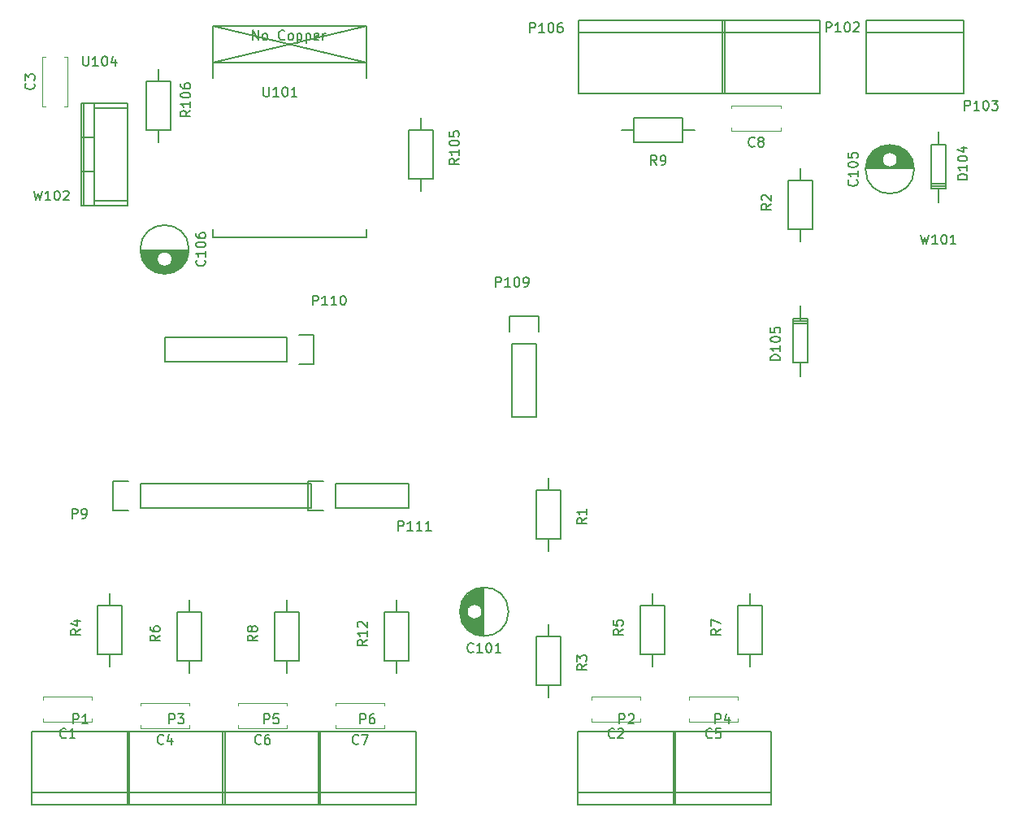
<source format=gbr>
G04 #@! TF.FileFunction,Legend,Top*
%FSLAX46Y46*%
G04 Gerber Fmt 4.6, Leading zero omitted, Abs format (unit mm)*
G04 Created by KiCad (PCBNEW 4.0.7-e2-6376~58~ubuntu16.04.1) date Thu Sep  7 17:48:40 2017*
%MOMM*%
%LPD*%
G01*
G04 APERTURE LIST*
%ADD10C,0.100000*%
%ADD11C,0.150000*%
%ADD12C,0.152400*%
%ADD13C,0.120000*%
G04 APERTURE END LIST*
D10*
D11*
X167980000Y-126140000D02*
X157820000Y-126140000D01*
X167980000Y-127410000D02*
X167980000Y-119790000D01*
X167980000Y-119790000D02*
X157820000Y-119790000D01*
X157820000Y-119790000D02*
X157820000Y-127410000D01*
X157820000Y-127410000D02*
X167980000Y-127410000D01*
X164465000Y-111760000D02*
X164465000Y-106680000D01*
X164465000Y-106680000D02*
X167005000Y-106680000D01*
X167005000Y-106680000D02*
X167005000Y-111760000D01*
X167005000Y-111760000D02*
X164465000Y-111760000D01*
X165735000Y-111760000D02*
X165735000Y-113030000D01*
X165735000Y-106680000D02*
X165735000Y-105410000D01*
X162920000Y-46960000D02*
X173080000Y-46960000D01*
X162920000Y-45690000D02*
X162920000Y-53310000D01*
X162920000Y-53310000D02*
X173080000Y-53310000D01*
X173080000Y-53310000D02*
X173080000Y-45690000D01*
X173080000Y-45690000D02*
X162920000Y-45690000D01*
X177845000Y-46985000D02*
X188005000Y-46985000D01*
X177845000Y-45715000D02*
X177845000Y-53335000D01*
X177845000Y-53335000D02*
X188005000Y-53335000D01*
X188005000Y-53335000D02*
X188005000Y-45715000D01*
X188005000Y-45715000D02*
X177845000Y-45715000D01*
X163120000Y-45715000D02*
X163120000Y-53335000D01*
X147880000Y-45715000D02*
X147880000Y-53335000D01*
X163120000Y-46985000D02*
X147880000Y-46985000D01*
X163120000Y-53335000D02*
X147880000Y-53335000D01*
X163120000Y-45715000D02*
X147880000Y-45715000D01*
X122555000Y-96520000D02*
X130175000Y-96520000D01*
X122555000Y-93980000D02*
X130175000Y-93980000D01*
X119735000Y-93700000D02*
X121285000Y-93700000D01*
X130175000Y-96520000D02*
X130175000Y-93980000D01*
X122555000Y-93980000D02*
X122555000Y-96520000D01*
X121285000Y-96800000D02*
X119735000Y-96800000D01*
X119735000Y-96800000D02*
X119735000Y-93700000D01*
X97449000Y-54874000D02*
X100878000Y-54874000D01*
X97449000Y-64526000D02*
X100878000Y-64526000D01*
X96306000Y-54366000D02*
X96306000Y-65034000D01*
X97322000Y-57922000D02*
X96052000Y-57922000D01*
X97322000Y-61478000D02*
X96052000Y-61478000D01*
X97449000Y-65034000D02*
X97449000Y-54366000D01*
X100878000Y-54366000D02*
X100878000Y-65034000D01*
X96052000Y-65034000D02*
X100878000Y-65034000D01*
X96052000Y-54366000D02*
X100878000Y-54366000D01*
X96052000Y-54366000D02*
X96052000Y-65034000D01*
D12*
X109800000Y-46300000D02*
X125800000Y-46300000D01*
X125800000Y-46300000D02*
X125800000Y-51700000D01*
X109800000Y-46300000D02*
X109800000Y-51700000D01*
X109800000Y-67500000D02*
X109800000Y-68300000D01*
X109800000Y-68300000D02*
X125800000Y-68300000D01*
X125800000Y-68300000D02*
X125800000Y-67500000D01*
X125800000Y-46300000D02*
X109800000Y-50100000D01*
X109800000Y-46300000D02*
X125800000Y-50100000D01*
X109792000Y-50100000D02*
X125792000Y-50100000D01*
D11*
X137990000Y-109814000D02*
X137990000Y-104816000D01*
X137850000Y-109806000D02*
X137850000Y-107469000D01*
X137850000Y-107161000D02*
X137850000Y-104824000D01*
X137710000Y-109790000D02*
X137710000Y-107788000D01*
X137710000Y-106842000D02*
X137710000Y-104840000D01*
X137570000Y-109766000D02*
X137570000Y-107935000D01*
X137570000Y-106695000D02*
X137570000Y-104864000D01*
X137430000Y-109733000D02*
X137430000Y-108027000D01*
X137430000Y-106603000D02*
X137430000Y-104897000D01*
X137290000Y-109692000D02*
X137290000Y-108083000D01*
X137290000Y-106547000D02*
X137290000Y-104938000D01*
X137150000Y-109642000D02*
X137150000Y-108110000D01*
X137150000Y-106520000D02*
X137150000Y-104988000D01*
X137010000Y-109581000D02*
X137010000Y-108113000D01*
X137010000Y-106517000D02*
X137010000Y-105049000D01*
X136870000Y-109511000D02*
X136870000Y-108091000D01*
X136870000Y-106539000D02*
X136870000Y-105119000D01*
X136730000Y-109429000D02*
X136730000Y-108041000D01*
X136730000Y-106589000D02*
X136730000Y-105201000D01*
X136590000Y-109334000D02*
X136590000Y-107959000D01*
X136590000Y-106671000D02*
X136590000Y-105296000D01*
X136450000Y-109223000D02*
X136450000Y-107827000D01*
X136450000Y-106803000D02*
X136450000Y-105407000D01*
X136310000Y-109095000D02*
X136310000Y-107580000D01*
X136310000Y-107050000D02*
X136310000Y-105535000D01*
X136170000Y-108946000D02*
X136170000Y-105684000D01*
X136030000Y-108767000D02*
X136030000Y-105863000D01*
X135890000Y-108548000D02*
X135890000Y-106082000D01*
X135750000Y-108259000D02*
X135750000Y-106371000D01*
X135610000Y-107787000D02*
X135610000Y-106843000D01*
X137865000Y-107315000D02*
G75*
G03X137865000Y-107315000I-800000J0D01*
G01*
X140602500Y-107315000D02*
G75*
G03X140602500Y-107315000I-2537500J0D01*
G01*
X177841000Y-61155000D02*
X182839000Y-61155000D01*
X177849000Y-61015000D02*
X180186000Y-61015000D01*
X180494000Y-61015000D02*
X182831000Y-61015000D01*
X177865000Y-60875000D02*
X179867000Y-60875000D01*
X180813000Y-60875000D02*
X182815000Y-60875000D01*
X177889000Y-60735000D02*
X179720000Y-60735000D01*
X180960000Y-60735000D02*
X182791000Y-60735000D01*
X177922000Y-60595000D02*
X179628000Y-60595000D01*
X181052000Y-60595000D02*
X182758000Y-60595000D01*
X177963000Y-60455000D02*
X179572000Y-60455000D01*
X181108000Y-60455000D02*
X182717000Y-60455000D01*
X178013000Y-60315000D02*
X179545000Y-60315000D01*
X181135000Y-60315000D02*
X182667000Y-60315000D01*
X178074000Y-60175000D02*
X179542000Y-60175000D01*
X181138000Y-60175000D02*
X182606000Y-60175000D01*
X178144000Y-60035000D02*
X179564000Y-60035000D01*
X181116000Y-60035000D02*
X182536000Y-60035000D01*
X178226000Y-59895000D02*
X179614000Y-59895000D01*
X181066000Y-59895000D02*
X182454000Y-59895000D01*
X178321000Y-59755000D02*
X179696000Y-59755000D01*
X180984000Y-59755000D02*
X182359000Y-59755000D01*
X178432000Y-59615000D02*
X179828000Y-59615000D01*
X180852000Y-59615000D02*
X182248000Y-59615000D01*
X178560000Y-59475000D02*
X180075000Y-59475000D01*
X180605000Y-59475000D02*
X182120000Y-59475000D01*
X178709000Y-59335000D02*
X181971000Y-59335000D01*
X178888000Y-59195000D02*
X181792000Y-59195000D01*
X179107000Y-59055000D02*
X181573000Y-59055000D01*
X179396000Y-58915000D02*
X181284000Y-58915000D01*
X179868000Y-58775000D02*
X180812000Y-58775000D01*
X181140000Y-60230000D02*
G75*
G03X181140000Y-60230000I-800000J0D01*
G01*
X182877500Y-61230000D02*
G75*
G03X182877500Y-61230000I-2537500J0D01*
G01*
X107274000Y-69655000D02*
X102276000Y-69655000D01*
X107266000Y-69795000D02*
X104929000Y-69795000D01*
X104621000Y-69795000D02*
X102284000Y-69795000D01*
X107250000Y-69935000D02*
X105248000Y-69935000D01*
X104302000Y-69935000D02*
X102300000Y-69935000D01*
X107226000Y-70075000D02*
X105395000Y-70075000D01*
X104155000Y-70075000D02*
X102324000Y-70075000D01*
X107193000Y-70215000D02*
X105487000Y-70215000D01*
X104063000Y-70215000D02*
X102357000Y-70215000D01*
X107152000Y-70355000D02*
X105543000Y-70355000D01*
X104007000Y-70355000D02*
X102398000Y-70355000D01*
X107102000Y-70495000D02*
X105570000Y-70495000D01*
X103980000Y-70495000D02*
X102448000Y-70495000D01*
X107041000Y-70635000D02*
X105573000Y-70635000D01*
X103977000Y-70635000D02*
X102509000Y-70635000D01*
X106971000Y-70775000D02*
X105551000Y-70775000D01*
X103999000Y-70775000D02*
X102579000Y-70775000D01*
X106889000Y-70915000D02*
X105501000Y-70915000D01*
X104049000Y-70915000D02*
X102661000Y-70915000D01*
X106794000Y-71055000D02*
X105419000Y-71055000D01*
X104131000Y-71055000D02*
X102756000Y-71055000D01*
X106683000Y-71195000D02*
X105287000Y-71195000D01*
X104263000Y-71195000D02*
X102867000Y-71195000D01*
X106555000Y-71335000D02*
X105040000Y-71335000D01*
X104510000Y-71335000D02*
X102995000Y-71335000D01*
X106406000Y-71475000D02*
X103144000Y-71475000D01*
X106227000Y-71615000D02*
X103323000Y-71615000D01*
X106008000Y-71755000D02*
X103542000Y-71755000D01*
X105719000Y-71895000D02*
X103831000Y-71895000D01*
X105247000Y-72035000D02*
X104303000Y-72035000D01*
X105575000Y-70580000D02*
G75*
G03X105575000Y-70580000I-800000J0D01*
G01*
X107312500Y-69580000D02*
G75*
G03X107312500Y-69580000I-2537500J0D01*
G01*
X185417460Y-58673480D02*
X185417460Y-57276480D01*
X185417460Y-63118480D02*
X185417460Y-64642480D01*
X184655460Y-62737480D02*
X186179460Y-62737480D01*
X184655460Y-62991480D02*
X186179460Y-62991480D01*
X185417460Y-63245480D02*
X186179460Y-63245480D01*
X186179460Y-63245480D02*
X186179460Y-58673480D01*
X186179460Y-58673480D02*
X184655460Y-58673480D01*
X184655460Y-58673480D02*
X184655460Y-63245480D01*
X184655460Y-63245480D02*
X185417460Y-63245480D01*
X171002540Y-81366520D02*
X171002540Y-82763520D01*
X171002540Y-76921520D02*
X171002540Y-75397520D01*
X171764540Y-77302520D02*
X170240540Y-77302520D01*
X171764540Y-77048520D02*
X170240540Y-77048520D01*
X171002540Y-76794520D02*
X170240540Y-76794520D01*
X170240540Y-76794520D02*
X170240540Y-81366520D01*
X170240540Y-81366520D02*
X171764540Y-81366520D01*
X171764540Y-81366520D02*
X171764540Y-76794520D01*
X171764540Y-76794520D02*
X171002540Y-76794520D01*
X101080000Y-126140000D02*
X90920000Y-126140000D01*
X101080000Y-127410000D02*
X101080000Y-119790000D01*
X101080000Y-119790000D02*
X90920000Y-119790000D01*
X90920000Y-119790000D02*
X90920000Y-127410000D01*
X90920000Y-127410000D02*
X101080000Y-127410000D01*
X157980000Y-126140000D02*
X147820000Y-126140000D01*
X157980000Y-127410000D02*
X157980000Y-119790000D01*
X157980000Y-119790000D02*
X147820000Y-119790000D01*
X147820000Y-119790000D02*
X147820000Y-127410000D01*
X147820000Y-127410000D02*
X157980000Y-127410000D01*
X111080000Y-126140000D02*
X100920000Y-126140000D01*
X111080000Y-127410000D02*
X111080000Y-119790000D01*
X111080000Y-119790000D02*
X100920000Y-119790000D01*
X100920000Y-119790000D02*
X100920000Y-127410000D01*
X100920000Y-127410000D02*
X111080000Y-127410000D01*
X120980000Y-126140000D02*
X110820000Y-126140000D01*
X120980000Y-127410000D02*
X120980000Y-119790000D01*
X120980000Y-119790000D02*
X110820000Y-119790000D01*
X110820000Y-119790000D02*
X110820000Y-127410000D01*
X110820000Y-127410000D02*
X120980000Y-127410000D01*
X130980000Y-126140000D02*
X120820000Y-126140000D01*
X130980000Y-127410000D02*
X130980000Y-119790000D01*
X130980000Y-119790000D02*
X120820000Y-119790000D01*
X120820000Y-119790000D02*
X120820000Y-127410000D01*
X120820000Y-127410000D02*
X130980000Y-127410000D01*
X102235000Y-93980000D02*
X120015000Y-93980000D01*
X120015000Y-93980000D02*
X120015000Y-96520000D01*
X120015000Y-96520000D02*
X102235000Y-96520000D01*
X99415000Y-93700000D02*
X100965000Y-93700000D01*
X102235000Y-93980000D02*
X102235000Y-96520000D01*
X100965000Y-96800000D02*
X99415000Y-96800000D01*
X99415000Y-96800000D02*
X99415000Y-93700000D01*
X140970000Y-79375000D02*
X140970000Y-86995000D01*
X143510000Y-79375000D02*
X143510000Y-86995000D01*
X143790000Y-76555000D02*
X143790000Y-78105000D01*
X140970000Y-86995000D02*
X143510000Y-86995000D01*
X143510000Y-79375000D02*
X140970000Y-79375000D01*
X140690000Y-78105000D02*
X140690000Y-76555000D01*
X140690000Y-76555000D02*
X143790000Y-76555000D01*
X117475000Y-81280000D02*
X104775000Y-81280000D01*
X104775000Y-81280000D02*
X104775000Y-78740000D01*
X104775000Y-78740000D02*
X117475000Y-78740000D01*
X120295000Y-81560000D02*
X118745000Y-81560000D01*
X117475000Y-81280000D02*
X117475000Y-78740000D01*
X118745000Y-78460000D02*
X120295000Y-78460000D01*
X120295000Y-78460000D02*
X120295000Y-81560000D01*
X146050000Y-94615000D02*
X146050000Y-99695000D01*
X146050000Y-99695000D02*
X143510000Y-99695000D01*
X143510000Y-99695000D02*
X143510000Y-94615000D01*
X143510000Y-94615000D02*
X146050000Y-94615000D01*
X144780000Y-94615000D02*
X144780000Y-93345000D01*
X144780000Y-99695000D02*
X144780000Y-100965000D01*
X169730000Y-67460000D02*
X169730000Y-62380000D01*
X169730000Y-62380000D02*
X172270000Y-62380000D01*
X172270000Y-62380000D02*
X172270000Y-67460000D01*
X172270000Y-67460000D02*
X169730000Y-67460000D01*
X171000000Y-67460000D02*
X171000000Y-68730000D01*
X171000000Y-62380000D02*
X171000000Y-61110000D01*
X146050000Y-109855000D02*
X146050000Y-114935000D01*
X146050000Y-114935000D02*
X143510000Y-114935000D01*
X143510000Y-114935000D02*
X143510000Y-109855000D01*
X143510000Y-109855000D02*
X146050000Y-109855000D01*
X144780000Y-109855000D02*
X144780000Y-108585000D01*
X144780000Y-114935000D02*
X144780000Y-116205000D01*
X154305000Y-111760000D02*
X154305000Y-106680000D01*
X154305000Y-106680000D02*
X156845000Y-106680000D01*
X156845000Y-106680000D02*
X156845000Y-111760000D01*
X156845000Y-111760000D02*
X154305000Y-111760000D01*
X155575000Y-111760000D02*
X155575000Y-113030000D01*
X155575000Y-106680000D02*
X155575000Y-105410000D01*
X106045000Y-112395000D02*
X106045000Y-107315000D01*
X106045000Y-107315000D02*
X108585000Y-107315000D01*
X108585000Y-107315000D02*
X108585000Y-112395000D01*
X108585000Y-112395000D02*
X106045000Y-112395000D01*
X107315000Y-112395000D02*
X107315000Y-113665000D01*
X107315000Y-107315000D02*
X107315000Y-106045000D01*
X116205000Y-112395000D02*
X116205000Y-107315000D01*
X116205000Y-107315000D02*
X118745000Y-107315000D01*
X118745000Y-107315000D02*
X118745000Y-112395000D01*
X118745000Y-112395000D02*
X116205000Y-112395000D01*
X117475000Y-112395000D02*
X117475000Y-113665000D01*
X117475000Y-107315000D02*
X117475000Y-106045000D01*
X153670000Y-55880000D02*
X158750000Y-55880000D01*
X158750000Y-55880000D02*
X158750000Y-58420000D01*
X158750000Y-58420000D02*
X153670000Y-58420000D01*
X153670000Y-58420000D02*
X153670000Y-55880000D01*
X153670000Y-57150000D02*
X152400000Y-57150000D01*
X158750000Y-57150000D02*
X160020000Y-57150000D01*
X130175000Y-62230000D02*
X130175000Y-57150000D01*
X130175000Y-57150000D02*
X132715000Y-57150000D01*
X132715000Y-57150000D02*
X132715000Y-62230000D01*
X132715000Y-62230000D02*
X130175000Y-62230000D01*
X131445000Y-62230000D02*
X131445000Y-63500000D01*
X131445000Y-57150000D02*
X131445000Y-55880000D01*
X102870000Y-57150000D02*
X102870000Y-52070000D01*
X102870000Y-52070000D02*
X105410000Y-52070000D01*
X105410000Y-52070000D02*
X105410000Y-57150000D01*
X105410000Y-57150000D02*
X102870000Y-57150000D01*
X104140000Y-57150000D02*
X104140000Y-58420000D01*
X104140000Y-52070000D02*
X104140000Y-50800000D01*
X97790000Y-111760000D02*
X97790000Y-106680000D01*
X97790000Y-106680000D02*
X100330000Y-106680000D01*
X100330000Y-106680000D02*
X100330000Y-111760000D01*
X100330000Y-111760000D02*
X97790000Y-111760000D01*
X99060000Y-111760000D02*
X99060000Y-113030000D01*
X99060000Y-106680000D02*
X99060000Y-105410000D01*
X127635000Y-112395000D02*
X127635000Y-107315000D01*
X127635000Y-107315000D02*
X130175000Y-107315000D01*
X130175000Y-107315000D02*
X130175000Y-112395000D01*
X130175000Y-112395000D02*
X127635000Y-112395000D01*
X128905000Y-112395000D02*
X128905000Y-113665000D01*
X128905000Y-107315000D02*
X128905000Y-106045000D01*
D13*
X97215000Y-118785000D02*
X92095000Y-118785000D01*
X97215000Y-116165000D02*
X92095000Y-116165000D01*
X97215000Y-118785000D02*
X97215000Y-118471000D01*
X97215000Y-116479000D02*
X97215000Y-116165000D01*
X92095000Y-118785000D02*
X92095000Y-118471000D01*
X92095000Y-116479000D02*
X92095000Y-116165000D01*
X154365000Y-118785000D02*
X149245000Y-118785000D01*
X154365000Y-116165000D02*
X149245000Y-116165000D01*
X154365000Y-118785000D02*
X154365000Y-118471000D01*
X154365000Y-116479000D02*
X154365000Y-116165000D01*
X149245000Y-118785000D02*
X149245000Y-118471000D01*
X149245000Y-116479000D02*
X149245000Y-116165000D01*
X92035000Y-54670000D02*
X92035000Y-49550000D01*
X94655000Y-54670000D02*
X94655000Y-49550000D01*
X92035000Y-54670000D02*
X92349000Y-54670000D01*
X94341000Y-54670000D02*
X94655000Y-54670000D01*
X92035000Y-49550000D02*
X92349000Y-49550000D01*
X94341000Y-49550000D02*
X94655000Y-49550000D01*
X107375000Y-119420000D02*
X102255000Y-119420000D01*
X107375000Y-116800000D02*
X102255000Y-116800000D01*
X107375000Y-119420000D02*
X107375000Y-119106000D01*
X107375000Y-117114000D02*
X107375000Y-116800000D01*
X102255000Y-119420000D02*
X102255000Y-119106000D01*
X102255000Y-117114000D02*
X102255000Y-116800000D01*
X164525000Y-118785000D02*
X159405000Y-118785000D01*
X164525000Y-116165000D02*
X159405000Y-116165000D01*
X164525000Y-118785000D02*
X164525000Y-118471000D01*
X164525000Y-116479000D02*
X164525000Y-116165000D01*
X159405000Y-118785000D02*
X159405000Y-118471000D01*
X159405000Y-116479000D02*
X159405000Y-116165000D01*
X117535000Y-119420000D02*
X112415000Y-119420000D01*
X117535000Y-116800000D02*
X112415000Y-116800000D01*
X117535000Y-119420000D02*
X117535000Y-119106000D01*
X117535000Y-117114000D02*
X117535000Y-116800000D01*
X112415000Y-119420000D02*
X112415000Y-119106000D01*
X112415000Y-117114000D02*
X112415000Y-116800000D01*
X127695000Y-119420000D02*
X122575000Y-119420000D01*
X127695000Y-116800000D02*
X122575000Y-116800000D01*
X127695000Y-119420000D02*
X127695000Y-119106000D01*
X127695000Y-117114000D02*
X127695000Y-116800000D01*
X122575000Y-119420000D02*
X122575000Y-119106000D01*
X122575000Y-117114000D02*
X122575000Y-116800000D01*
X168970000Y-57190000D02*
X163850000Y-57190000D01*
X168970000Y-54570000D02*
X163850000Y-54570000D01*
X168970000Y-57190000D02*
X168970000Y-56876000D01*
X168970000Y-54884000D02*
X168970000Y-54570000D01*
X163850000Y-57190000D02*
X163850000Y-56876000D01*
X163850000Y-54884000D02*
X163850000Y-54570000D01*
D11*
X162161905Y-118972381D02*
X162161905Y-117972381D01*
X162542858Y-117972381D01*
X162638096Y-118020000D01*
X162685715Y-118067619D01*
X162733334Y-118162857D01*
X162733334Y-118305714D01*
X162685715Y-118400952D01*
X162638096Y-118448571D01*
X162542858Y-118496190D01*
X162161905Y-118496190D01*
X163590477Y-118305714D02*
X163590477Y-118972381D01*
X163352381Y-117924762D02*
X163114286Y-118639048D01*
X163733334Y-118639048D01*
X162687261Y-109137746D02*
X162211070Y-109471080D01*
X162687261Y-109709175D02*
X161687261Y-109709175D01*
X161687261Y-109328222D01*
X161734880Y-109232984D01*
X161782499Y-109185365D01*
X161877737Y-109137746D01*
X162020594Y-109137746D01*
X162115832Y-109185365D01*
X162163451Y-109232984D01*
X162211070Y-109328222D01*
X162211070Y-109709175D01*
X161687261Y-108804413D02*
X161687261Y-108137746D01*
X162687261Y-108566318D01*
X173719524Y-46912381D02*
X173719524Y-45912381D01*
X174100477Y-45912381D01*
X174195715Y-45960000D01*
X174243334Y-46007619D01*
X174290953Y-46102857D01*
X174290953Y-46245714D01*
X174243334Y-46340952D01*
X174195715Y-46388571D01*
X174100477Y-46436190D01*
X173719524Y-46436190D01*
X175243334Y-46912381D02*
X174671905Y-46912381D01*
X174957619Y-46912381D02*
X174957619Y-45912381D01*
X174862381Y-46055238D01*
X174767143Y-46150476D01*
X174671905Y-46198095D01*
X175862381Y-45912381D02*
X175957620Y-45912381D01*
X176052858Y-45960000D01*
X176100477Y-46007619D01*
X176148096Y-46102857D01*
X176195715Y-46293333D01*
X176195715Y-46531429D01*
X176148096Y-46721905D01*
X176100477Y-46817143D01*
X176052858Y-46864762D01*
X175957620Y-46912381D01*
X175862381Y-46912381D01*
X175767143Y-46864762D01*
X175719524Y-46817143D01*
X175671905Y-46721905D01*
X175624286Y-46531429D01*
X175624286Y-46293333D01*
X175671905Y-46102857D01*
X175719524Y-46007619D01*
X175767143Y-45960000D01*
X175862381Y-45912381D01*
X176576667Y-46007619D02*
X176624286Y-45960000D01*
X176719524Y-45912381D01*
X176957620Y-45912381D01*
X177052858Y-45960000D01*
X177100477Y-46007619D01*
X177148096Y-46102857D01*
X177148096Y-46198095D01*
X177100477Y-46340952D01*
X176529048Y-46912381D01*
X177148096Y-46912381D01*
X188154524Y-55077381D02*
X188154524Y-54077381D01*
X188535477Y-54077381D01*
X188630715Y-54125000D01*
X188678334Y-54172619D01*
X188725953Y-54267857D01*
X188725953Y-54410714D01*
X188678334Y-54505952D01*
X188630715Y-54553571D01*
X188535477Y-54601190D01*
X188154524Y-54601190D01*
X189678334Y-55077381D02*
X189106905Y-55077381D01*
X189392619Y-55077381D02*
X189392619Y-54077381D01*
X189297381Y-54220238D01*
X189202143Y-54315476D01*
X189106905Y-54363095D01*
X190297381Y-54077381D02*
X190392620Y-54077381D01*
X190487858Y-54125000D01*
X190535477Y-54172619D01*
X190583096Y-54267857D01*
X190630715Y-54458333D01*
X190630715Y-54696429D01*
X190583096Y-54886905D01*
X190535477Y-54982143D01*
X190487858Y-55029762D01*
X190392620Y-55077381D01*
X190297381Y-55077381D01*
X190202143Y-55029762D01*
X190154524Y-54982143D01*
X190106905Y-54886905D01*
X190059286Y-54696429D01*
X190059286Y-54458333D01*
X190106905Y-54267857D01*
X190154524Y-54172619D01*
X190202143Y-54125000D01*
X190297381Y-54077381D01*
X190964048Y-54077381D02*
X191583096Y-54077381D01*
X191249762Y-54458333D01*
X191392620Y-54458333D01*
X191487858Y-54505952D01*
X191535477Y-54553571D01*
X191583096Y-54648810D01*
X191583096Y-54886905D01*
X191535477Y-54982143D01*
X191487858Y-55029762D01*
X191392620Y-55077381D01*
X191106905Y-55077381D01*
X191011667Y-55029762D01*
X190964048Y-54982143D01*
X142839524Y-46977381D02*
X142839524Y-45977381D01*
X143220477Y-45977381D01*
X143315715Y-46025000D01*
X143363334Y-46072619D01*
X143410953Y-46167857D01*
X143410953Y-46310714D01*
X143363334Y-46405952D01*
X143315715Y-46453571D01*
X143220477Y-46501190D01*
X142839524Y-46501190D01*
X144363334Y-46977381D02*
X143791905Y-46977381D01*
X144077619Y-46977381D02*
X144077619Y-45977381D01*
X143982381Y-46120238D01*
X143887143Y-46215476D01*
X143791905Y-46263095D01*
X144982381Y-45977381D02*
X145077620Y-45977381D01*
X145172858Y-46025000D01*
X145220477Y-46072619D01*
X145268096Y-46167857D01*
X145315715Y-46358333D01*
X145315715Y-46596429D01*
X145268096Y-46786905D01*
X145220477Y-46882143D01*
X145172858Y-46929762D01*
X145077620Y-46977381D01*
X144982381Y-46977381D01*
X144887143Y-46929762D01*
X144839524Y-46882143D01*
X144791905Y-46786905D01*
X144744286Y-46596429D01*
X144744286Y-46358333D01*
X144791905Y-46167857D01*
X144839524Y-46072619D01*
X144887143Y-46025000D01*
X144982381Y-45977381D01*
X146172858Y-45977381D02*
X145982381Y-45977381D01*
X145887143Y-46025000D01*
X145839524Y-46072619D01*
X145744286Y-46215476D01*
X145696667Y-46405952D01*
X145696667Y-46786905D01*
X145744286Y-46882143D01*
X145791905Y-46929762D01*
X145887143Y-46977381D01*
X146077620Y-46977381D01*
X146172858Y-46929762D01*
X146220477Y-46882143D01*
X146268096Y-46786905D01*
X146268096Y-46548810D01*
X146220477Y-46453571D01*
X146172858Y-46405952D01*
X146077620Y-46358333D01*
X145887143Y-46358333D01*
X145791905Y-46405952D01*
X145744286Y-46453571D01*
X145696667Y-46548810D01*
X129119524Y-98877381D02*
X129119524Y-97877381D01*
X129500477Y-97877381D01*
X129595715Y-97925000D01*
X129643334Y-97972619D01*
X129690953Y-98067857D01*
X129690953Y-98210714D01*
X129643334Y-98305952D01*
X129595715Y-98353571D01*
X129500477Y-98401190D01*
X129119524Y-98401190D01*
X130643334Y-98877381D02*
X130071905Y-98877381D01*
X130357619Y-98877381D02*
X130357619Y-97877381D01*
X130262381Y-98020238D01*
X130167143Y-98115476D01*
X130071905Y-98163095D01*
X131595715Y-98877381D02*
X131024286Y-98877381D01*
X131310000Y-98877381D02*
X131310000Y-97877381D01*
X131214762Y-98020238D01*
X131119524Y-98115476D01*
X131024286Y-98163095D01*
X132548096Y-98877381D02*
X131976667Y-98877381D01*
X132262381Y-98877381D02*
X132262381Y-97877381D01*
X132167143Y-98020238D01*
X132071905Y-98115476D01*
X131976667Y-98163095D01*
X96285714Y-49452381D02*
X96285714Y-50261905D01*
X96333333Y-50357143D01*
X96380952Y-50404762D01*
X96476190Y-50452381D01*
X96666667Y-50452381D01*
X96761905Y-50404762D01*
X96809524Y-50357143D01*
X96857143Y-50261905D01*
X96857143Y-49452381D01*
X97857143Y-50452381D02*
X97285714Y-50452381D01*
X97571428Y-50452381D02*
X97571428Y-49452381D01*
X97476190Y-49595238D01*
X97380952Y-49690476D01*
X97285714Y-49738095D01*
X98476190Y-49452381D02*
X98571429Y-49452381D01*
X98666667Y-49500000D01*
X98714286Y-49547619D01*
X98761905Y-49642857D01*
X98809524Y-49833333D01*
X98809524Y-50071429D01*
X98761905Y-50261905D01*
X98714286Y-50357143D01*
X98666667Y-50404762D01*
X98571429Y-50452381D01*
X98476190Y-50452381D01*
X98380952Y-50404762D01*
X98333333Y-50357143D01*
X98285714Y-50261905D01*
X98238095Y-50071429D01*
X98238095Y-49833333D01*
X98285714Y-49642857D01*
X98333333Y-49547619D01*
X98380952Y-49500000D01*
X98476190Y-49452381D01*
X99666667Y-49785714D02*
X99666667Y-50452381D01*
X99428571Y-49404762D02*
X99190476Y-50119048D01*
X99809524Y-50119048D01*
X115085714Y-52652381D02*
X115085714Y-53461905D01*
X115133333Y-53557143D01*
X115180952Y-53604762D01*
X115276190Y-53652381D01*
X115466667Y-53652381D01*
X115561905Y-53604762D01*
X115609524Y-53557143D01*
X115657143Y-53461905D01*
X115657143Y-52652381D01*
X116657143Y-53652381D02*
X116085714Y-53652381D01*
X116371428Y-53652381D02*
X116371428Y-52652381D01*
X116276190Y-52795238D01*
X116180952Y-52890476D01*
X116085714Y-52938095D01*
X117276190Y-52652381D02*
X117371429Y-52652381D01*
X117466667Y-52700000D01*
X117514286Y-52747619D01*
X117561905Y-52842857D01*
X117609524Y-53033333D01*
X117609524Y-53271429D01*
X117561905Y-53461905D01*
X117514286Y-53557143D01*
X117466667Y-53604762D01*
X117371429Y-53652381D01*
X117276190Y-53652381D01*
X117180952Y-53604762D01*
X117133333Y-53557143D01*
X117085714Y-53461905D01*
X117038095Y-53271429D01*
X117038095Y-53033333D01*
X117085714Y-52842857D01*
X117133333Y-52747619D01*
X117180952Y-52700000D01*
X117276190Y-52652381D01*
X118561905Y-53652381D02*
X117990476Y-53652381D01*
X118276190Y-53652381D02*
X118276190Y-52652381D01*
X118180952Y-52795238D01*
X118085714Y-52890476D01*
X117990476Y-52938095D01*
X113977714Y-47752381D02*
X113977714Y-46752381D01*
X114549143Y-47752381D01*
X114549143Y-46752381D01*
X115168190Y-47752381D02*
X115072952Y-47704762D01*
X115025333Y-47657143D01*
X114977714Y-47561905D01*
X114977714Y-47276190D01*
X115025333Y-47180952D01*
X115072952Y-47133333D01*
X115168190Y-47085714D01*
X115311048Y-47085714D01*
X115406286Y-47133333D01*
X115453905Y-47180952D01*
X115501524Y-47276190D01*
X115501524Y-47561905D01*
X115453905Y-47657143D01*
X115406286Y-47704762D01*
X115311048Y-47752381D01*
X115168190Y-47752381D01*
X117263429Y-47657143D02*
X117215810Y-47704762D01*
X117072953Y-47752381D01*
X116977715Y-47752381D01*
X116834857Y-47704762D01*
X116739619Y-47609524D01*
X116692000Y-47514286D01*
X116644381Y-47323810D01*
X116644381Y-47180952D01*
X116692000Y-46990476D01*
X116739619Y-46895238D01*
X116834857Y-46800000D01*
X116977715Y-46752381D01*
X117072953Y-46752381D01*
X117215810Y-46800000D01*
X117263429Y-46847619D01*
X117834857Y-47752381D02*
X117739619Y-47704762D01*
X117692000Y-47657143D01*
X117644381Y-47561905D01*
X117644381Y-47276190D01*
X117692000Y-47180952D01*
X117739619Y-47133333D01*
X117834857Y-47085714D01*
X117977715Y-47085714D01*
X118072953Y-47133333D01*
X118120572Y-47180952D01*
X118168191Y-47276190D01*
X118168191Y-47561905D01*
X118120572Y-47657143D01*
X118072953Y-47704762D01*
X117977715Y-47752381D01*
X117834857Y-47752381D01*
X118596762Y-47085714D02*
X118596762Y-48085714D01*
X118596762Y-47133333D02*
X118692000Y-47085714D01*
X118882477Y-47085714D01*
X118977715Y-47133333D01*
X119025334Y-47180952D01*
X119072953Y-47276190D01*
X119072953Y-47561905D01*
X119025334Y-47657143D01*
X118977715Y-47704762D01*
X118882477Y-47752381D01*
X118692000Y-47752381D01*
X118596762Y-47704762D01*
X119501524Y-47085714D02*
X119501524Y-48085714D01*
X119501524Y-47133333D02*
X119596762Y-47085714D01*
X119787239Y-47085714D01*
X119882477Y-47133333D01*
X119930096Y-47180952D01*
X119977715Y-47276190D01*
X119977715Y-47561905D01*
X119930096Y-47657143D01*
X119882477Y-47704762D01*
X119787239Y-47752381D01*
X119596762Y-47752381D01*
X119501524Y-47704762D01*
X120787239Y-47704762D02*
X120692001Y-47752381D01*
X120501524Y-47752381D01*
X120406286Y-47704762D01*
X120358667Y-47609524D01*
X120358667Y-47228571D01*
X120406286Y-47133333D01*
X120501524Y-47085714D01*
X120692001Y-47085714D01*
X120787239Y-47133333D01*
X120834858Y-47228571D01*
X120834858Y-47323810D01*
X120358667Y-47419048D01*
X121263429Y-47752381D02*
X121263429Y-47085714D01*
X121263429Y-47276190D02*
X121311048Y-47180952D01*
X121358667Y-47133333D01*
X121453905Y-47085714D01*
X121549144Y-47085714D01*
X136945953Y-111472143D02*
X136898334Y-111519762D01*
X136755477Y-111567381D01*
X136660239Y-111567381D01*
X136517381Y-111519762D01*
X136422143Y-111424524D01*
X136374524Y-111329286D01*
X136326905Y-111138810D01*
X136326905Y-110995952D01*
X136374524Y-110805476D01*
X136422143Y-110710238D01*
X136517381Y-110615000D01*
X136660239Y-110567381D01*
X136755477Y-110567381D01*
X136898334Y-110615000D01*
X136945953Y-110662619D01*
X137898334Y-111567381D02*
X137326905Y-111567381D01*
X137612619Y-111567381D02*
X137612619Y-110567381D01*
X137517381Y-110710238D01*
X137422143Y-110805476D01*
X137326905Y-110853095D01*
X138517381Y-110567381D02*
X138612620Y-110567381D01*
X138707858Y-110615000D01*
X138755477Y-110662619D01*
X138803096Y-110757857D01*
X138850715Y-110948333D01*
X138850715Y-111186429D01*
X138803096Y-111376905D01*
X138755477Y-111472143D01*
X138707858Y-111519762D01*
X138612620Y-111567381D01*
X138517381Y-111567381D01*
X138422143Y-111519762D01*
X138374524Y-111472143D01*
X138326905Y-111376905D01*
X138279286Y-111186429D01*
X138279286Y-110948333D01*
X138326905Y-110757857D01*
X138374524Y-110662619D01*
X138422143Y-110615000D01*
X138517381Y-110567381D01*
X139803096Y-111567381D02*
X139231667Y-111567381D01*
X139517381Y-111567381D02*
X139517381Y-110567381D01*
X139422143Y-110710238D01*
X139326905Y-110805476D01*
X139231667Y-110853095D01*
X176897143Y-62349047D02*
X176944762Y-62396666D01*
X176992381Y-62539523D01*
X176992381Y-62634761D01*
X176944762Y-62777619D01*
X176849524Y-62872857D01*
X176754286Y-62920476D01*
X176563810Y-62968095D01*
X176420952Y-62968095D01*
X176230476Y-62920476D01*
X176135238Y-62872857D01*
X176040000Y-62777619D01*
X175992381Y-62634761D01*
X175992381Y-62539523D01*
X176040000Y-62396666D01*
X176087619Y-62349047D01*
X176992381Y-61396666D02*
X176992381Y-61968095D01*
X176992381Y-61682381D02*
X175992381Y-61682381D01*
X176135238Y-61777619D01*
X176230476Y-61872857D01*
X176278095Y-61968095D01*
X175992381Y-60777619D02*
X175992381Y-60682380D01*
X176040000Y-60587142D01*
X176087619Y-60539523D01*
X176182857Y-60491904D01*
X176373333Y-60444285D01*
X176611429Y-60444285D01*
X176801905Y-60491904D01*
X176897143Y-60539523D01*
X176944762Y-60587142D01*
X176992381Y-60682380D01*
X176992381Y-60777619D01*
X176944762Y-60872857D01*
X176897143Y-60920476D01*
X176801905Y-60968095D01*
X176611429Y-61015714D01*
X176373333Y-61015714D01*
X176182857Y-60968095D01*
X176087619Y-60920476D01*
X176040000Y-60872857D01*
X175992381Y-60777619D01*
X175992381Y-59539523D02*
X175992381Y-60015714D01*
X176468571Y-60063333D01*
X176420952Y-60015714D01*
X176373333Y-59920476D01*
X176373333Y-59682380D01*
X176420952Y-59587142D01*
X176468571Y-59539523D01*
X176563810Y-59491904D01*
X176801905Y-59491904D01*
X176897143Y-59539523D01*
X176944762Y-59587142D01*
X176992381Y-59682380D01*
X176992381Y-59920476D01*
X176944762Y-60015714D01*
X176897143Y-60063333D01*
X108932143Y-70699047D02*
X108979762Y-70746666D01*
X109027381Y-70889523D01*
X109027381Y-70984761D01*
X108979762Y-71127619D01*
X108884524Y-71222857D01*
X108789286Y-71270476D01*
X108598810Y-71318095D01*
X108455952Y-71318095D01*
X108265476Y-71270476D01*
X108170238Y-71222857D01*
X108075000Y-71127619D01*
X108027381Y-70984761D01*
X108027381Y-70889523D01*
X108075000Y-70746666D01*
X108122619Y-70699047D01*
X109027381Y-69746666D02*
X109027381Y-70318095D01*
X109027381Y-70032381D02*
X108027381Y-70032381D01*
X108170238Y-70127619D01*
X108265476Y-70222857D01*
X108313095Y-70318095D01*
X108027381Y-69127619D02*
X108027381Y-69032380D01*
X108075000Y-68937142D01*
X108122619Y-68889523D01*
X108217857Y-68841904D01*
X108408333Y-68794285D01*
X108646429Y-68794285D01*
X108836905Y-68841904D01*
X108932143Y-68889523D01*
X108979762Y-68937142D01*
X109027381Y-69032380D01*
X109027381Y-69127619D01*
X108979762Y-69222857D01*
X108932143Y-69270476D01*
X108836905Y-69318095D01*
X108646429Y-69365714D01*
X108408333Y-69365714D01*
X108217857Y-69318095D01*
X108122619Y-69270476D01*
X108075000Y-69222857D01*
X108027381Y-69127619D01*
X108027381Y-67937142D02*
X108027381Y-68127619D01*
X108075000Y-68222857D01*
X108122619Y-68270476D01*
X108265476Y-68365714D01*
X108455952Y-68413333D01*
X108836905Y-68413333D01*
X108932143Y-68365714D01*
X108979762Y-68318095D01*
X109027381Y-68222857D01*
X109027381Y-68032380D01*
X108979762Y-67937142D01*
X108932143Y-67889523D01*
X108836905Y-67841904D01*
X108598810Y-67841904D01*
X108503571Y-67889523D01*
X108455952Y-67937142D01*
X108408333Y-68032380D01*
X108408333Y-68222857D01*
X108455952Y-68318095D01*
X108503571Y-68365714D01*
X108598810Y-68413333D01*
X188409841Y-62299956D02*
X187409841Y-62299956D01*
X187409841Y-62061861D01*
X187457460Y-61919003D01*
X187552698Y-61823765D01*
X187647936Y-61776146D01*
X187838412Y-61728527D01*
X187981270Y-61728527D01*
X188171746Y-61776146D01*
X188266984Y-61823765D01*
X188362222Y-61919003D01*
X188409841Y-62061861D01*
X188409841Y-62299956D01*
X188409841Y-60776146D02*
X188409841Y-61347575D01*
X188409841Y-61061861D02*
X187409841Y-61061861D01*
X187552698Y-61157099D01*
X187647936Y-61252337D01*
X187695555Y-61347575D01*
X187409841Y-60157099D02*
X187409841Y-60061860D01*
X187457460Y-59966622D01*
X187505079Y-59919003D01*
X187600317Y-59871384D01*
X187790793Y-59823765D01*
X188028889Y-59823765D01*
X188219365Y-59871384D01*
X188314603Y-59919003D01*
X188362222Y-59966622D01*
X188409841Y-60061860D01*
X188409841Y-60157099D01*
X188362222Y-60252337D01*
X188314603Y-60299956D01*
X188219365Y-60347575D01*
X188028889Y-60395194D01*
X187790793Y-60395194D01*
X187600317Y-60347575D01*
X187505079Y-60299956D01*
X187457460Y-60252337D01*
X187409841Y-60157099D01*
X187743174Y-58966622D02*
X188409841Y-58966622D01*
X187362222Y-59204718D02*
X188076508Y-59442813D01*
X188076508Y-58823765D01*
X168914921Y-81120996D02*
X167914921Y-81120996D01*
X167914921Y-80882901D01*
X167962540Y-80740043D01*
X168057778Y-80644805D01*
X168153016Y-80597186D01*
X168343492Y-80549567D01*
X168486350Y-80549567D01*
X168676826Y-80597186D01*
X168772064Y-80644805D01*
X168867302Y-80740043D01*
X168914921Y-80882901D01*
X168914921Y-81120996D01*
X168914921Y-79597186D02*
X168914921Y-80168615D01*
X168914921Y-79882901D02*
X167914921Y-79882901D01*
X168057778Y-79978139D01*
X168153016Y-80073377D01*
X168200635Y-80168615D01*
X167914921Y-78978139D02*
X167914921Y-78882900D01*
X167962540Y-78787662D01*
X168010159Y-78740043D01*
X168105397Y-78692424D01*
X168295873Y-78644805D01*
X168533969Y-78644805D01*
X168724445Y-78692424D01*
X168819683Y-78740043D01*
X168867302Y-78787662D01*
X168914921Y-78882900D01*
X168914921Y-78978139D01*
X168867302Y-79073377D01*
X168819683Y-79120996D01*
X168724445Y-79168615D01*
X168533969Y-79216234D01*
X168295873Y-79216234D01*
X168105397Y-79168615D01*
X168010159Y-79120996D01*
X167962540Y-79073377D01*
X167914921Y-78978139D01*
X167914921Y-77740043D02*
X167914921Y-78216234D01*
X168391111Y-78263853D01*
X168343492Y-78216234D01*
X168295873Y-78120996D01*
X168295873Y-77882900D01*
X168343492Y-77787662D01*
X168391111Y-77740043D01*
X168486350Y-77692424D01*
X168724445Y-77692424D01*
X168819683Y-77740043D01*
X168867302Y-77787662D01*
X168914921Y-77882900D01*
X168914921Y-78120996D01*
X168867302Y-78216234D01*
X168819683Y-78263853D01*
X95261905Y-118972381D02*
X95261905Y-117972381D01*
X95642858Y-117972381D01*
X95738096Y-118020000D01*
X95785715Y-118067619D01*
X95833334Y-118162857D01*
X95833334Y-118305714D01*
X95785715Y-118400952D01*
X95738096Y-118448571D01*
X95642858Y-118496190D01*
X95261905Y-118496190D01*
X96785715Y-118972381D02*
X96214286Y-118972381D01*
X96500000Y-118972381D02*
X96500000Y-117972381D01*
X96404762Y-118115238D01*
X96309524Y-118210476D01*
X96214286Y-118258095D01*
X152161905Y-118972381D02*
X152161905Y-117972381D01*
X152542858Y-117972381D01*
X152638096Y-118020000D01*
X152685715Y-118067619D01*
X152733334Y-118162857D01*
X152733334Y-118305714D01*
X152685715Y-118400952D01*
X152638096Y-118448571D01*
X152542858Y-118496190D01*
X152161905Y-118496190D01*
X153114286Y-118067619D02*
X153161905Y-118020000D01*
X153257143Y-117972381D01*
X153495239Y-117972381D01*
X153590477Y-118020000D01*
X153638096Y-118067619D01*
X153685715Y-118162857D01*
X153685715Y-118258095D01*
X153638096Y-118400952D01*
X153066667Y-118972381D01*
X153685715Y-118972381D01*
X105261905Y-118972381D02*
X105261905Y-117972381D01*
X105642858Y-117972381D01*
X105738096Y-118020000D01*
X105785715Y-118067619D01*
X105833334Y-118162857D01*
X105833334Y-118305714D01*
X105785715Y-118400952D01*
X105738096Y-118448571D01*
X105642858Y-118496190D01*
X105261905Y-118496190D01*
X106166667Y-117972381D02*
X106785715Y-117972381D01*
X106452381Y-118353333D01*
X106595239Y-118353333D01*
X106690477Y-118400952D01*
X106738096Y-118448571D01*
X106785715Y-118543810D01*
X106785715Y-118781905D01*
X106738096Y-118877143D01*
X106690477Y-118924762D01*
X106595239Y-118972381D01*
X106309524Y-118972381D01*
X106214286Y-118924762D01*
X106166667Y-118877143D01*
X115161905Y-118972381D02*
X115161905Y-117972381D01*
X115542858Y-117972381D01*
X115638096Y-118020000D01*
X115685715Y-118067619D01*
X115733334Y-118162857D01*
X115733334Y-118305714D01*
X115685715Y-118400952D01*
X115638096Y-118448571D01*
X115542858Y-118496190D01*
X115161905Y-118496190D01*
X116638096Y-117972381D02*
X116161905Y-117972381D01*
X116114286Y-118448571D01*
X116161905Y-118400952D01*
X116257143Y-118353333D01*
X116495239Y-118353333D01*
X116590477Y-118400952D01*
X116638096Y-118448571D01*
X116685715Y-118543810D01*
X116685715Y-118781905D01*
X116638096Y-118877143D01*
X116590477Y-118924762D01*
X116495239Y-118972381D01*
X116257143Y-118972381D01*
X116161905Y-118924762D01*
X116114286Y-118877143D01*
X125161905Y-118972381D02*
X125161905Y-117972381D01*
X125542858Y-117972381D01*
X125638096Y-118020000D01*
X125685715Y-118067619D01*
X125733334Y-118162857D01*
X125733334Y-118305714D01*
X125685715Y-118400952D01*
X125638096Y-118448571D01*
X125542858Y-118496190D01*
X125161905Y-118496190D01*
X126590477Y-117972381D02*
X126400000Y-117972381D01*
X126304762Y-118020000D01*
X126257143Y-118067619D01*
X126161905Y-118210476D01*
X126114286Y-118400952D01*
X126114286Y-118781905D01*
X126161905Y-118877143D01*
X126209524Y-118924762D01*
X126304762Y-118972381D01*
X126495239Y-118972381D01*
X126590477Y-118924762D01*
X126638096Y-118877143D01*
X126685715Y-118781905D01*
X126685715Y-118543810D01*
X126638096Y-118448571D01*
X126590477Y-118400952D01*
X126495239Y-118353333D01*
X126304762Y-118353333D01*
X126209524Y-118400952D01*
X126161905Y-118448571D01*
X126114286Y-118543810D01*
X95146905Y-97607381D02*
X95146905Y-96607381D01*
X95527858Y-96607381D01*
X95623096Y-96655000D01*
X95670715Y-96702619D01*
X95718334Y-96797857D01*
X95718334Y-96940714D01*
X95670715Y-97035952D01*
X95623096Y-97083571D01*
X95527858Y-97131190D01*
X95146905Y-97131190D01*
X96194524Y-97607381D02*
X96385000Y-97607381D01*
X96480239Y-97559762D01*
X96527858Y-97512143D01*
X96623096Y-97369286D01*
X96670715Y-97178810D01*
X96670715Y-96797857D01*
X96623096Y-96702619D01*
X96575477Y-96655000D01*
X96480239Y-96607381D01*
X96289762Y-96607381D01*
X96194524Y-96655000D01*
X96146905Y-96702619D01*
X96099286Y-96797857D01*
X96099286Y-97035952D01*
X96146905Y-97131190D01*
X96194524Y-97178810D01*
X96289762Y-97226429D01*
X96480239Y-97226429D01*
X96575477Y-97178810D01*
X96623096Y-97131190D01*
X96670715Y-97035952D01*
X139279524Y-73477381D02*
X139279524Y-72477381D01*
X139660477Y-72477381D01*
X139755715Y-72525000D01*
X139803334Y-72572619D01*
X139850953Y-72667857D01*
X139850953Y-72810714D01*
X139803334Y-72905952D01*
X139755715Y-72953571D01*
X139660477Y-73001190D01*
X139279524Y-73001190D01*
X140803334Y-73477381D02*
X140231905Y-73477381D01*
X140517619Y-73477381D02*
X140517619Y-72477381D01*
X140422381Y-72620238D01*
X140327143Y-72715476D01*
X140231905Y-72763095D01*
X141422381Y-72477381D02*
X141517620Y-72477381D01*
X141612858Y-72525000D01*
X141660477Y-72572619D01*
X141708096Y-72667857D01*
X141755715Y-72858333D01*
X141755715Y-73096429D01*
X141708096Y-73286905D01*
X141660477Y-73382143D01*
X141612858Y-73429762D01*
X141517620Y-73477381D01*
X141422381Y-73477381D01*
X141327143Y-73429762D01*
X141279524Y-73382143D01*
X141231905Y-73286905D01*
X141184286Y-73096429D01*
X141184286Y-72858333D01*
X141231905Y-72667857D01*
X141279524Y-72572619D01*
X141327143Y-72525000D01*
X141422381Y-72477381D01*
X142231905Y-73477381D02*
X142422381Y-73477381D01*
X142517620Y-73429762D01*
X142565239Y-73382143D01*
X142660477Y-73239286D01*
X142708096Y-73048810D01*
X142708096Y-72667857D01*
X142660477Y-72572619D01*
X142612858Y-72525000D01*
X142517620Y-72477381D01*
X142327143Y-72477381D01*
X142231905Y-72525000D01*
X142184286Y-72572619D01*
X142136667Y-72667857D01*
X142136667Y-72905952D01*
X142184286Y-73001190D01*
X142231905Y-73048810D01*
X142327143Y-73096429D01*
X142517620Y-73096429D01*
X142612858Y-73048810D01*
X142660477Y-73001190D01*
X142708096Y-72905952D01*
X120229524Y-75382381D02*
X120229524Y-74382381D01*
X120610477Y-74382381D01*
X120705715Y-74430000D01*
X120753334Y-74477619D01*
X120800953Y-74572857D01*
X120800953Y-74715714D01*
X120753334Y-74810952D01*
X120705715Y-74858571D01*
X120610477Y-74906190D01*
X120229524Y-74906190D01*
X121753334Y-75382381D02*
X121181905Y-75382381D01*
X121467619Y-75382381D02*
X121467619Y-74382381D01*
X121372381Y-74525238D01*
X121277143Y-74620476D01*
X121181905Y-74668095D01*
X122705715Y-75382381D02*
X122134286Y-75382381D01*
X122420000Y-75382381D02*
X122420000Y-74382381D01*
X122324762Y-74525238D01*
X122229524Y-74620476D01*
X122134286Y-74668095D01*
X123324762Y-74382381D02*
X123420001Y-74382381D01*
X123515239Y-74430000D01*
X123562858Y-74477619D01*
X123610477Y-74572857D01*
X123658096Y-74763333D01*
X123658096Y-75001429D01*
X123610477Y-75191905D01*
X123562858Y-75287143D01*
X123515239Y-75334762D01*
X123420001Y-75382381D01*
X123324762Y-75382381D01*
X123229524Y-75334762D01*
X123181905Y-75287143D01*
X123134286Y-75191905D01*
X123086667Y-75001429D01*
X123086667Y-74763333D01*
X123134286Y-74572857D01*
X123181905Y-74477619D01*
X123229524Y-74430000D01*
X123324762Y-74382381D01*
X148732501Y-97570586D02*
X148256310Y-97903920D01*
X148732501Y-98142015D02*
X147732501Y-98142015D01*
X147732501Y-97761062D01*
X147780120Y-97665824D01*
X147827739Y-97618205D01*
X147922977Y-97570586D01*
X148065834Y-97570586D01*
X148161072Y-97618205D01*
X148208691Y-97665824D01*
X148256310Y-97761062D01*
X148256310Y-98142015D01*
X148732501Y-96618205D02*
X148732501Y-97189634D01*
X148732501Y-96903920D02*
X147732501Y-96903920D01*
X147875358Y-96999158D01*
X147970596Y-97094396D01*
X148018215Y-97189634D01*
X167952261Y-64837746D02*
X167476070Y-65171080D01*
X167952261Y-65409175D02*
X166952261Y-65409175D01*
X166952261Y-65028222D01*
X166999880Y-64932984D01*
X167047499Y-64885365D01*
X167142737Y-64837746D01*
X167285594Y-64837746D01*
X167380832Y-64885365D01*
X167428451Y-64932984D01*
X167476070Y-65028222D01*
X167476070Y-65409175D01*
X167047499Y-64456794D02*
X166999880Y-64409175D01*
X166952261Y-64313937D01*
X166952261Y-64075841D01*
X166999880Y-63980603D01*
X167047499Y-63932984D01*
X167142737Y-63885365D01*
X167237975Y-63885365D01*
X167380832Y-63932984D01*
X167952261Y-64504413D01*
X167952261Y-63885365D01*
X148732501Y-112810586D02*
X148256310Y-113143920D01*
X148732501Y-113382015D02*
X147732501Y-113382015D01*
X147732501Y-113001062D01*
X147780120Y-112905824D01*
X147827739Y-112858205D01*
X147922977Y-112810586D01*
X148065834Y-112810586D01*
X148161072Y-112858205D01*
X148208691Y-112905824D01*
X148256310Y-113001062D01*
X148256310Y-113382015D01*
X147732501Y-112477253D02*
X147732501Y-111858205D01*
X148113453Y-112191539D01*
X148113453Y-112048681D01*
X148161072Y-111953443D01*
X148208691Y-111905824D01*
X148303930Y-111858205D01*
X148542025Y-111858205D01*
X148637263Y-111905824D01*
X148684882Y-111953443D01*
X148732501Y-112048681D01*
X148732501Y-112334396D01*
X148684882Y-112429634D01*
X148637263Y-112477253D01*
X152527261Y-109137746D02*
X152051070Y-109471080D01*
X152527261Y-109709175D02*
X151527261Y-109709175D01*
X151527261Y-109328222D01*
X151574880Y-109232984D01*
X151622499Y-109185365D01*
X151717737Y-109137746D01*
X151860594Y-109137746D01*
X151955832Y-109185365D01*
X152003451Y-109232984D01*
X152051070Y-109328222D01*
X152051070Y-109709175D01*
X151527261Y-108232984D02*
X151527261Y-108709175D01*
X152003451Y-108756794D01*
X151955832Y-108709175D01*
X151908213Y-108613937D01*
X151908213Y-108375841D01*
X151955832Y-108280603D01*
X152003451Y-108232984D01*
X152098690Y-108185365D01*
X152336785Y-108185365D01*
X152432023Y-108232984D01*
X152479642Y-108280603D01*
X152527261Y-108375841D01*
X152527261Y-108613937D01*
X152479642Y-108709175D01*
X152432023Y-108756794D01*
X104267261Y-109772746D02*
X103791070Y-110106080D01*
X104267261Y-110344175D02*
X103267261Y-110344175D01*
X103267261Y-109963222D01*
X103314880Y-109867984D01*
X103362499Y-109820365D01*
X103457737Y-109772746D01*
X103600594Y-109772746D01*
X103695832Y-109820365D01*
X103743451Y-109867984D01*
X103791070Y-109963222D01*
X103791070Y-110344175D01*
X103267261Y-108915603D02*
X103267261Y-109106080D01*
X103314880Y-109201318D01*
X103362499Y-109248937D01*
X103505356Y-109344175D01*
X103695832Y-109391794D01*
X104076785Y-109391794D01*
X104172023Y-109344175D01*
X104219642Y-109296556D01*
X104267261Y-109201318D01*
X104267261Y-109010841D01*
X104219642Y-108915603D01*
X104172023Y-108867984D01*
X104076785Y-108820365D01*
X103838690Y-108820365D01*
X103743451Y-108867984D01*
X103695832Y-108915603D01*
X103648213Y-109010841D01*
X103648213Y-109201318D01*
X103695832Y-109296556D01*
X103743451Y-109344175D01*
X103838690Y-109391794D01*
X114427261Y-109772746D02*
X113951070Y-110106080D01*
X114427261Y-110344175D02*
X113427261Y-110344175D01*
X113427261Y-109963222D01*
X113474880Y-109867984D01*
X113522499Y-109820365D01*
X113617737Y-109772746D01*
X113760594Y-109772746D01*
X113855832Y-109820365D01*
X113903451Y-109867984D01*
X113951070Y-109963222D01*
X113951070Y-110344175D01*
X113855832Y-109201318D02*
X113808213Y-109296556D01*
X113760594Y-109344175D01*
X113665356Y-109391794D01*
X113617737Y-109391794D01*
X113522499Y-109344175D01*
X113474880Y-109296556D01*
X113427261Y-109201318D01*
X113427261Y-109010841D01*
X113474880Y-108915603D01*
X113522499Y-108867984D01*
X113617737Y-108820365D01*
X113665356Y-108820365D01*
X113760594Y-108867984D01*
X113808213Y-108915603D01*
X113855832Y-109010841D01*
X113855832Y-109201318D01*
X113903451Y-109296556D01*
X113951070Y-109344175D01*
X114046309Y-109391794D01*
X114236785Y-109391794D01*
X114332023Y-109344175D01*
X114379642Y-109296556D01*
X114427261Y-109201318D01*
X114427261Y-109010841D01*
X114379642Y-108915603D01*
X114332023Y-108867984D01*
X114236785Y-108820365D01*
X114046309Y-108820365D01*
X113951070Y-108867984D01*
X113903451Y-108915603D01*
X113855832Y-109010841D01*
X156043334Y-60777381D02*
X155710000Y-60301190D01*
X155471905Y-60777381D02*
X155471905Y-59777381D01*
X155852858Y-59777381D01*
X155948096Y-59825000D01*
X155995715Y-59872619D01*
X156043334Y-59967857D01*
X156043334Y-60110714D01*
X155995715Y-60205952D01*
X155948096Y-60253571D01*
X155852858Y-60301190D01*
X155471905Y-60301190D01*
X156519524Y-60777381D02*
X156710000Y-60777381D01*
X156805239Y-60729762D01*
X156852858Y-60682143D01*
X156948096Y-60539286D01*
X156995715Y-60348810D01*
X156995715Y-59967857D01*
X156948096Y-59872619D01*
X156900477Y-59825000D01*
X156805239Y-59777381D01*
X156614762Y-59777381D01*
X156519524Y-59825000D01*
X156471905Y-59872619D01*
X156424286Y-59967857D01*
X156424286Y-60205952D01*
X156471905Y-60301190D01*
X156519524Y-60348810D01*
X156614762Y-60396429D01*
X156805239Y-60396429D01*
X156900477Y-60348810D01*
X156948096Y-60301190D01*
X156995715Y-60205952D01*
X135452381Y-60119047D02*
X134976190Y-60452381D01*
X135452381Y-60690476D02*
X134452381Y-60690476D01*
X134452381Y-60309523D01*
X134500000Y-60214285D01*
X134547619Y-60166666D01*
X134642857Y-60119047D01*
X134785714Y-60119047D01*
X134880952Y-60166666D01*
X134928571Y-60214285D01*
X134976190Y-60309523D01*
X134976190Y-60690476D01*
X135452381Y-59166666D02*
X135452381Y-59738095D01*
X135452381Y-59452381D02*
X134452381Y-59452381D01*
X134595238Y-59547619D01*
X134690476Y-59642857D01*
X134738095Y-59738095D01*
X134452381Y-58547619D02*
X134452381Y-58452380D01*
X134500000Y-58357142D01*
X134547619Y-58309523D01*
X134642857Y-58261904D01*
X134833333Y-58214285D01*
X135071429Y-58214285D01*
X135261905Y-58261904D01*
X135357143Y-58309523D01*
X135404762Y-58357142D01*
X135452381Y-58452380D01*
X135452381Y-58547619D01*
X135404762Y-58642857D01*
X135357143Y-58690476D01*
X135261905Y-58738095D01*
X135071429Y-58785714D01*
X134833333Y-58785714D01*
X134642857Y-58738095D01*
X134547619Y-58690476D01*
X134500000Y-58642857D01*
X134452381Y-58547619D01*
X134452381Y-57309523D02*
X134452381Y-57785714D01*
X134928571Y-57833333D01*
X134880952Y-57785714D01*
X134833333Y-57690476D01*
X134833333Y-57452380D01*
X134880952Y-57357142D01*
X134928571Y-57309523D01*
X135023810Y-57261904D01*
X135261905Y-57261904D01*
X135357143Y-57309523D01*
X135404762Y-57357142D01*
X135452381Y-57452380D01*
X135452381Y-57690476D01*
X135404762Y-57785714D01*
X135357143Y-57833333D01*
X107452381Y-55119047D02*
X106976190Y-55452381D01*
X107452381Y-55690476D02*
X106452381Y-55690476D01*
X106452381Y-55309523D01*
X106500000Y-55214285D01*
X106547619Y-55166666D01*
X106642857Y-55119047D01*
X106785714Y-55119047D01*
X106880952Y-55166666D01*
X106928571Y-55214285D01*
X106976190Y-55309523D01*
X106976190Y-55690476D01*
X107452381Y-54166666D02*
X107452381Y-54738095D01*
X107452381Y-54452381D02*
X106452381Y-54452381D01*
X106595238Y-54547619D01*
X106690476Y-54642857D01*
X106738095Y-54738095D01*
X106452381Y-53547619D02*
X106452381Y-53452380D01*
X106500000Y-53357142D01*
X106547619Y-53309523D01*
X106642857Y-53261904D01*
X106833333Y-53214285D01*
X107071429Y-53214285D01*
X107261905Y-53261904D01*
X107357143Y-53309523D01*
X107404762Y-53357142D01*
X107452381Y-53452380D01*
X107452381Y-53547619D01*
X107404762Y-53642857D01*
X107357143Y-53690476D01*
X107261905Y-53738095D01*
X107071429Y-53785714D01*
X106833333Y-53785714D01*
X106642857Y-53738095D01*
X106547619Y-53690476D01*
X106500000Y-53642857D01*
X106452381Y-53547619D01*
X106452381Y-52357142D02*
X106452381Y-52547619D01*
X106500000Y-52642857D01*
X106547619Y-52690476D01*
X106690476Y-52785714D01*
X106880952Y-52833333D01*
X107261905Y-52833333D01*
X107357143Y-52785714D01*
X107404762Y-52738095D01*
X107452381Y-52642857D01*
X107452381Y-52452380D01*
X107404762Y-52357142D01*
X107357143Y-52309523D01*
X107261905Y-52261904D01*
X107023810Y-52261904D01*
X106928571Y-52309523D01*
X106880952Y-52357142D01*
X106833333Y-52452380D01*
X106833333Y-52642857D01*
X106880952Y-52738095D01*
X106928571Y-52785714D01*
X107023810Y-52833333D01*
X183562857Y-68032381D02*
X183800952Y-69032381D01*
X183991429Y-68318095D01*
X184181905Y-69032381D01*
X184420000Y-68032381D01*
X185324762Y-69032381D02*
X184753333Y-69032381D01*
X185039047Y-69032381D02*
X185039047Y-68032381D01*
X184943809Y-68175238D01*
X184848571Y-68270476D01*
X184753333Y-68318095D01*
X185943809Y-68032381D02*
X186039048Y-68032381D01*
X186134286Y-68080000D01*
X186181905Y-68127619D01*
X186229524Y-68222857D01*
X186277143Y-68413333D01*
X186277143Y-68651429D01*
X186229524Y-68841905D01*
X186181905Y-68937143D01*
X186134286Y-68984762D01*
X186039048Y-69032381D01*
X185943809Y-69032381D01*
X185848571Y-68984762D01*
X185800952Y-68937143D01*
X185753333Y-68841905D01*
X185705714Y-68651429D01*
X185705714Y-68413333D01*
X185753333Y-68222857D01*
X185800952Y-68127619D01*
X185848571Y-68080000D01*
X185943809Y-68032381D01*
X187229524Y-69032381D02*
X186658095Y-69032381D01*
X186943809Y-69032381D02*
X186943809Y-68032381D01*
X186848571Y-68175238D01*
X186753333Y-68270476D01*
X186658095Y-68318095D01*
X91142857Y-63452381D02*
X91380952Y-64452381D01*
X91571429Y-63738095D01*
X91761905Y-64452381D01*
X92000000Y-63452381D01*
X92904762Y-64452381D02*
X92333333Y-64452381D01*
X92619047Y-64452381D02*
X92619047Y-63452381D01*
X92523809Y-63595238D01*
X92428571Y-63690476D01*
X92333333Y-63738095D01*
X93523809Y-63452381D02*
X93619048Y-63452381D01*
X93714286Y-63500000D01*
X93761905Y-63547619D01*
X93809524Y-63642857D01*
X93857143Y-63833333D01*
X93857143Y-64071429D01*
X93809524Y-64261905D01*
X93761905Y-64357143D01*
X93714286Y-64404762D01*
X93619048Y-64452381D01*
X93523809Y-64452381D01*
X93428571Y-64404762D01*
X93380952Y-64357143D01*
X93333333Y-64261905D01*
X93285714Y-64071429D01*
X93285714Y-63833333D01*
X93333333Y-63642857D01*
X93380952Y-63547619D01*
X93428571Y-63500000D01*
X93523809Y-63452381D01*
X94238095Y-63547619D02*
X94285714Y-63500000D01*
X94380952Y-63452381D01*
X94619048Y-63452381D01*
X94714286Y-63500000D01*
X94761905Y-63547619D01*
X94809524Y-63642857D01*
X94809524Y-63738095D01*
X94761905Y-63880952D01*
X94190476Y-64452381D01*
X94809524Y-64452381D01*
X96012261Y-109137746D02*
X95536070Y-109471080D01*
X96012261Y-109709175D02*
X95012261Y-109709175D01*
X95012261Y-109328222D01*
X95059880Y-109232984D01*
X95107499Y-109185365D01*
X95202737Y-109137746D01*
X95345594Y-109137746D01*
X95440832Y-109185365D01*
X95488451Y-109232984D01*
X95536070Y-109328222D01*
X95536070Y-109709175D01*
X95345594Y-108280603D02*
X96012261Y-108280603D01*
X94964642Y-108518699D02*
X95678928Y-108756794D01*
X95678928Y-108137746D01*
X125857261Y-110248937D02*
X125381070Y-110582271D01*
X125857261Y-110820366D02*
X124857261Y-110820366D01*
X124857261Y-110439413D01*
X124904880Y-110344175D01*
X124952499Y-110296556D01*
X125047737Y-110248937D01*
X125190594Y-110248937D01*
X125285832Y-110296556D01*
X125333451Y-110344175D01*
X125381070Y-110439413D01*
X125381070Y-110820366D01*
X125857261Y-109296556D02*
X125857261Y-109867985D01*
X125857261Y-109582271D02*
X124857261Y-109582271D01*
X125000118Y-109677509D01*
X125095356Y-109772747D01*
X125142975Y-109867985D01*
X124952499Y-108915604D02*
X124904880Y-108867985D01*
X124857261Y-108772747D01*
X124857261Y-108534651D01*
X124904880Y-108439413D01*
X124952499Y-108391794D01*
X125047737Y-108344175D01*
X125142975Y-108344175D01*
X125285832Y-108391794D01*
X125857261Y-108963223D01*
X125857261Y-108344175D01*
X94488334Y-120392143D02*
X94440715Y-120439762D01*
X94297858Y-120487381D01*
X94202620Y-120487381D01*
X94059762Y-120439762D01*
X93964524Y-120344524D01*
X93916905Y-120249286D01*
X93869286Y-120058810D01*
X93869286Y-119915952D01*
X93916905Y-119725476D01*
X93964524Y-119630238D01*
X94059762Y-119535000D01*
X94202620Y-119487381D01*
X94297858Y-119487381D01*
X94440715Y-119535000D01*
X94488334Y-119582619D01*
X95440715Y-120487381D02*
X94869286Y-120487381D01*
X95155000Y-120487381D02*
X95155000Y-119487381D01*
X95059762Y-119630238D01*
X94964524Y-119725476D01*
X94869286Y-119773095D01*
X151638334Y-120392143D02*
X151590715Y-120439762D01*
X151447858Y-120487381D01*
X151352620Y-120487381D01*
X151209762Y-120439762D01*
X151114524Y-120344524D01*
X151066905Y-120249286D01*
X151019286Y-120058810D01*
X151019286Y-119915952D01*
X151066905Y-119725476D01*
X151114524Y-119630238D01*
X151209762Y-119535000D01*
X151352620Y-119487381D01*
X151447858Y-119487381D01*
X151590715Y-119535000D01*
X151638334Y-119582619D01*
X152019286Y-119582619D02*
X152066905Y-119535000D01*
X152162143Y-119487381D01*
X152400239Y-119487381D01*
X152495477Y-119535000D01*
X152543096Y-119582619D01*
X152590715Y-119677857D01*
X152590715Y-119773095D01*
X152543096Y-119915952D01*
X151971667Y-120487381D01*
X152590715Y-120487381D01*
X91142143Y-52276666D02*
X91189762Y-52324285D01*
X91237381Y-52467142D01*
X91237381Y-52562380D01*
X91189762Y-52705238D01*
X91094524Y-52800476D01*
X90999286Y-52848095D01*
X90808810Y-52895714D01*
X90665952Y-52895714D01*
X90475476Y-52848095D01*
X90380238Y-52800476D01*
X90285000Y-52705238D01*
X90237381Y-52562380D01*
X90237381Y-52467142D01*
X90285000Y-52324285D01*
X90332619Y-52276666D01*
X90237381Y-51943333D02*
X90237381Y-51324285D01*
X90618333Y-51657619D01*
X90618333Y-51514761D01*
X90665952Y-51419523D01*
X90713571Y-51371904D01*
X90808810Y-51324285D01*
X91046905Y-51324285D01*
X91142143Y-51371904D01*
X91189762Y-51419523D01*
X91237381Y-51514761D01*
X91237381Y-51800476D01*
X91189762Y-51895714D01*
X91142143Y-51943333D01*
X104648334Y-121027143D02*
X104600715Y-121074762D01*
X104457858Y-121122381D01*
X104362620Y-121122381D01*
X104219762Y-121074762D01*
X104124524Y-120979524D01*
X104076905Y-120884286D01*
X104029286Y-120693810D01*
X104029286Y-120550952D01*
X104076905Y-120360476D01*
X104124524Y-120265238D01*
X104219762Y-120170000D01*
X104362620Y-120122381D01*
X104457858Y-120122381D01*
X104600715Y-120170000D01*
X104648334Y-120217619D01*
X105505477Y-120455714D02*
X105505477Y-121122381D01*
X105267381Y-120074762D02*
X105029286Y-120789048D01*
X105648334Y-120789048D01*
X161798334Y-120392143D02*
X161750715Y-120439762D01*
X161607858Y-120487381D01*
X161512620Y-120487381D01*
X161369762Y-120439762D01*
X161274524Y-120344524D01*
X161226905Y-120249286D01*
X161179286Y-120058810D01*
X161179286Y-119915952D01*
X161226905Y-119725476D01*
X161274524Y-119630238D01*
X161369762Y-119535000D01*
X161512620Y-119487381D01*
X161607858Y-119487381D01*
X161750715Y-119535000D01*
X161798334Y-119582619D01*
X162703096Y-119487381D02*
X162226905Y-119487381D01*
X162179286Y-119963571D01*
X162226905Y-119915952D01*
X162322143Y-119868333D01*
X162560239Y-119868333D01*
X162655477Y-119915952D01*
X162703096Y-119963571D01*
X162750715Y-120058810D01*
X162750715Y-120296905D01*
X162703096Y-120392143D01*
X162655477Y-120439762D01*
X162560239Y-120487381D01*
X162322143Y-120487381D01*
X162226905Y-120439762D01*
X162179286Y-120392143D01*
X114808334Y-121027143D02*
X114760715Y-121074762D01*
X114617858Y-121122381D01*
X114522620Y-121122381D01*
X114379762Y-121074762D01*
X114284524Y-120979524D01*
X114236905Y-120884286D01*
X114189286Y-120693810D01*
X114189286Y-120550952D01*
X114236905Y-120360476D01*
X114284524Y-120265238D01*
X114379762Y-120170000D01*
X114522620Y-120122381D01*
X114617858Y-120122381D01*
X114760715Y-120170000D01*
X114808334Y-120217619D01*
X115665477Y-120122381D02*
X115475000Y-120122381D01*
X115379762Y-120170000D01*
X115332143Y-120217619D01*
X115236905Y-120360476D01*
X115189286Y-120550952D01*
X115189286Y-120931905D01*
X115236905Y-121027143D01*
X115284524Y-121074762D01*
X115379762Y-121122381D01*
X115570239Y-121122381D01*
X115665477Y-121074762D01*
X115713096Y-121027143D01*
X115760715Y-120931905D01*
X115760715Y-120693810D01*
X115713096Y-120598571D01*
X115665477Y-120550952D01*
X115570239Y-120503333D01*
X115379762Y-120503333D01*
X115284524Y-120550952D01*
X115236905Y-120598571D01*
X115189286Y-120693810D01*
X124968334Y-121027143D02*
X124920715Y-121074762D01*
X124777858Y-121122381D01*
X124682620Y-121122381D01*
X124539762Y-121074762D01*
X124444524Y-120979524D01*
X124396905Y-120884286D01*
X124349286Y-120693810D01*
X124349286Y-120550952D01*
X124396905Y-120360476D01*
X124444524Y-120265238D01*
X124539762Y-120170000D01*
X124682620Y-120122381D01*
X124777858Y-120122381D01*
X124920715Y-120170000D01*
X124968334Y-120217619D01*
X125301667Y-120122381D02*
X125968334Y-120122381D01*
X125539762Y-121122381D01*
X166243334Y-58797143D02*
X166195715Y-58844762D01*
X166052858Y-58892381D01*
X165957620Y-58892381D01*
X165814762Y-58844762D01*
X165719524Y-58749524D01*
X165671905Y-58654286D01*
X165624286Y-58463810D01*
X165624286Y-58320952D01*
X165671905Y-58130476D01*
X165719524Y-58035238D01*
X165814762Y-57940000D01*
X165957620Y-57892381D01*
X166052858Y-57892381D01*
X166195715Y-57940000D01*
X166243334Y-57987619D01*
X166814762Y-58320952D02*
X166719524Y-58273333D01*
X166671905Y-58225714D01*
X166624286Y-58130476D01*
X166624286Y-58082857D01*
X166671905Y-57987619D01*
X166719524Y-57940000D01*
X166814762Y-57892381D01*
X167005239Y-57892381D01*
X167100477Y-57940000D01*
X167148096Y-57987619D01*
X167195715Y-58082857D01*
X167195715Y-58130476D01*
X167148096Y-58225714D01*
X167100477Y-58273333D01*
X167005239Y-58320952D01*
X166814762Y-58320952D01*
X166719524Y-58368571D01*
X166671905Y-58416190D01*
X166624286Y-58511429D01*
X166624286Y-58701905D01*
X166671905Y-58797143D01*
X166719524Y-58844762D01*
X166814762Y-58892381D01*
X167005239Y-58892381D01*
X167100477Y-58844762D01*
X167148096Y-58797143D01*
X167195715Y-58701905D01*
X167195715Y-58511429D01*
X167148096Y-58416190D01*
X167100477Y-58368571D01*
X167005239Y-58320952D01*
M02*

</source>
